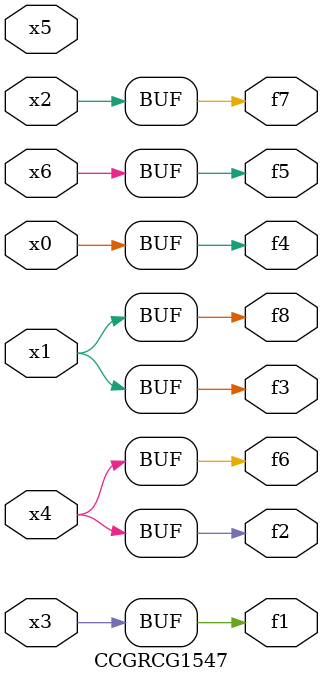
<source format=v>
module CCGRCG1547(
	input x0, x1, x2, x3, x4, x5, x6,
	output f1, f2, f3, f4, f5, f6, f7, f8
);
	assign f1 = x3;
	assign f2 = x4;
	assign f3 = x1;
	assign f4 = x0;
	assign f5 = x6;
	assign f6 = x4;
	assign f7 = x2;
	assign f8 = x1;
endmodule

</source>
